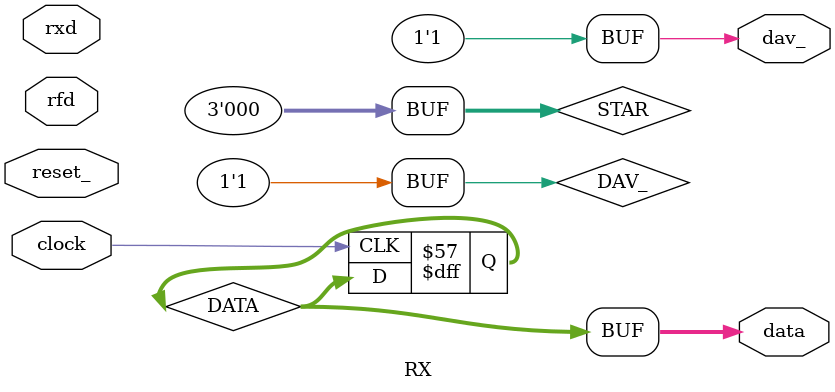
<source format=v>
module RX(
    rxd, 
    clock, reset_, 
    data, rfd, dav_
);
    input rxd;
    input clock, reset_;
    input rfd;
    output dav_;

    reg DAV_; assign dav_ = DAV_;

    parameter N = 8; // Transmission length
    parameter K = 16; // T_bit / T_clock
    
    output [N-1:0] data;
    
    reg [N-1:0] DATA; assign data = DATA;


    reg[3:0] COUNT;
    reg[4:0] WAIT;
    
    reg[2:0] STAR; 
    localparam S0 = 0, WaitStart = 1, DataIn = 2, WaitEnd = 3, S4 = 4, S5 = 5;
    localparam start_bit = 1'B0;

    always @(reset_==0) #1 begin 
        DAV_ <= 1; 
        STAR <= S0; 
    end

    always @(posedge clock) if (reset_ == 1) #3
        casex(STAR)
            S0: begin
                COUNT <= N; // bytes we expect
                WAIT <= (K * 3 / 2 - 1); // Wait 1.5 * T_bit
                STAR <= (rxd == start_bit) ? WaitStart : S0; 
            end

            WaitStart: begin
                WAIT <= WAIT - 1; 
                STAR <= (WAIT == 1) ? DataIn : WaitStart; 
            end

            DataIn: begin
                DATA <= {rxd, DATA[N-1:1]}; // Insert from left to right
                COUNT <= COUNT - 1;
                WAIT <= K - 1; 
                STAR <= (COUNT == 1) ? WaitEnd : WaitStart; 
            end

            WaitEnd: begin
                WAIT <= WAIT - 1; // Stopping bit (last) waiting
                STAR <= (WAIT == 1) ? S4 : WaitEnd; 
            end

            S4: begin
                DAV_ <= 0;
                STAR <= (rfd == 0) ? S5 : S4;                
            end

            S5: begin
                DAV_ <= 1;
                STAR <= (rfd == 1) ? S0 : S5;
            end
        endcase
endmodule
</source>
